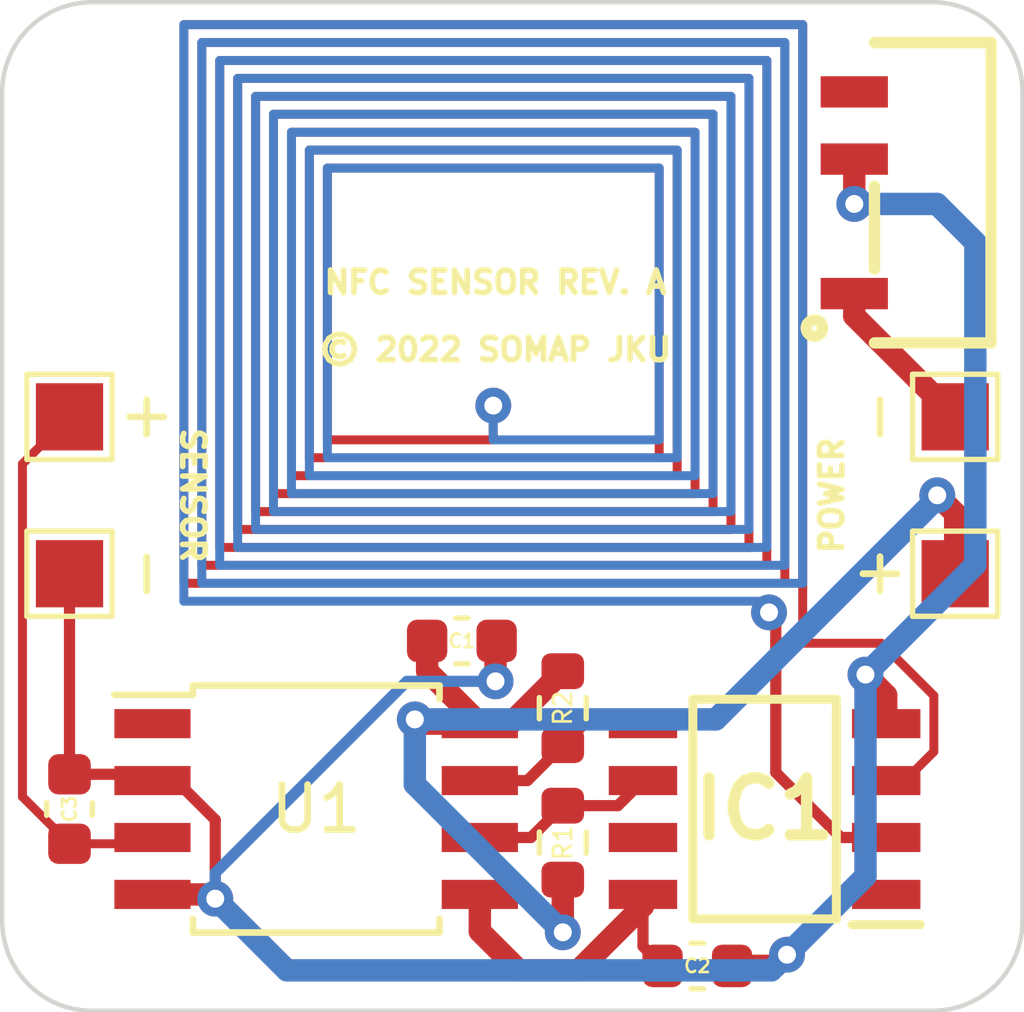
<source format=kicad_pcb>
(kicad_pcb (version 20240108) (generator "pcbnew") (generator_version "8.0")
  (layers (0 "F.Cu" signal) (31 "B.Cu" signal) (34 "B.Paste" user) (35 "F.Paste" user) (36 "B.SilkS" user "B.Silkscreen") (37 "F.SilkS" user "F.Silkscreen") (38 "B.Mask" user) (39 "F.Mask" user) (44 "Edge.Cuts" user))
  (net 0 "")
  (net 1 "+BATT")
  (net 2 "GND")
  (net 3 "PB1")
  (net 5 "SCL")
  (net 6 "SDA")
  (net 7 "Net-(AE1-Pad2)")
  (net 8 "Net-(AE1-Pad1)")
  (net 11 "ADC+")
  (footprint "Capacitor_SMD:C_0603_1608Metric" (layer "F.Cu") (at 129 86)
    (property "Reference" "C2" (hide yes))
    (property "Value" "100n" (hide yes))
    (fp_line (start -0.14058 -0.51) (end 0.14058 -0.51) (stroke (width 0.12)) (layer "F.SilkS"))
    (fp_line (start -0.14058 0.51) (end 0.14058 0.51) (stroke (width 0.12)) (layer "F.SilkS"))
    (fp_text user "${REFERENCE}" (at 0 0 0) (layer "F.SilkS") (effects (font (size 0.3 0.3) (thickness 0.06))))
    (pad "1" smd roundrect (at -0.775 0) (size 0.9 0.95) (layers "F.Cu" "F.Paste" "F.Mask") (net 3 "PB1"))
    (pad "2" smd roundrect (at 0.775 0) (size 0.9 0.95) (layers "F.Cu" "F.Paste" "F.Mask") (net 2 "GND"))
  )
  (footprint "Capacitor_SMD:C_0603_1608Metric" (layer "F.Cu") (at 115 82.5 90)
    (property "Reference" "C3" (hide yes))
    (property "Value" "47n" (hide yes))
    (fp_line (start -0.14058 -0.51) (end 0.14058 -0.51) (stroke (width 0.12)) (layer "F.SilkS"))
    (fp_line (start -0.14058 0.51) (end 0.14058 0.51) (stroke (width 0.12)) (layer "F.SilkS"))
    (fp_text user "${REFERENCE}" (at 0 0 90) (layer "F.SilkS") (effects (font (size 0.3 0.3) (thickness 0.06))))
    (pad "1" smd roundrect (at -0.775 0 90) (size 0.9 0.95) (layers "F.Cu" "F.Paste" "F.Mask") (net 11 "ADC+"))
    (pad "2" smd roundrect (at 0.775 0 90) (size 0.9 0.95) (layers "F.Cu" "F.Paste" "F.Mask") (net 2 "GND"))
  )
  (footprint "Capacitor_SMD:C_0603_1608Metric" (layer "F.Cu") (at 123.75 78.75)
    (property "Reference" "C1" (hide yes))
    (property "Value" "10u" (hide yes))
    (fp_line (start -0.14058 -0.51) (end 0.14058 -0.51) (stroke (width 0.12)) (layer "F.SilkS"))
    (fp_line (start -0.14058 0.51) (end 0.14058 0.51) (stroke (width 0.12)) (layer "F.SilkS"))
    (fp_text user "${REFERENCE}" (at 0 0 0) (layer "F.SilkS") (effects (font (size 0.3 0.3) (thickness 0.06))))
    (pad "1" smd roundrect (at -0.775 0) (size 0.9 0.95) (layers "F.Cu" "F.Paste" "F.Mask") (net 1 "+BATT"))
    (pad "2" smd roundrect (at 0.775 0) (size 0.9 0.95) (layers "F.Cu" "F.Paste" "F.Mask") (net 2 "GND"))
  )
  (footprint "Package_SO:SOIC-8W_5.3x5.3mm_P1.27mm" (layer "F.Cu") (at 120.5 82.5)
    (property "Reference" "U1" (at 0 0 0) (layer "F.SilkS"))
    (property "Value" "ATtiny85V-10SU" (hide yes))
    (fp_line (start -2.75 -2.755) (end -2.75 -2.55) (stroke (width 0.15)) (layer "F.SilkS"))
    (fp_line (start -2.75 -2.755) (end 2.75 -2.755) (stroke (width 0.15)) (layer "F.SilkS"))
    (fp_line (start -2.75 -2.55) (end -4.5 -2.55) (stroke (width 0.15)) (layer "F.SilkS"))
    (fp_line (start -2.75 2.755) (end -2.75 2.455) (stroke (width 0.15)) (layer "F.SilkS"))
    (fp_line (start -2.75 2.755) (end 2.75 2.755) (stroke (width 0.15)) (layer "F.SilkS"))
    (fp_line (start 2.75 -2.755) (end 2.75 -2.455) (stroke (width 0.15)) (layer "F.SilkS"))
    (fp_line (start 2.75 2.755) (end 2.75 2.455) (stroke (width 0.15)) (layer "F.SilkS"))
    (pad "1" smd rect (at -3.65 -1.905) (size 1.7 0.65) (layers "F.Cu" "F.Paste" "F.Mask"))
    (pad "2" smd rect (at -3.65 -0.635) (size 1.7 0.65) (layers "F.Cu" "F.Paste" "F.Mask") (net 2 "GND"))
    (pad "3" smd rect (at -3.65 0.635) (size 1.7 0.65) (layers "F.Cu" "F.Paste" "F.Mask") (net 11 "ADC+"))
    (pad "4" smd rect (at -3.65 1.905) (size 1.7 0.65) (layers "F.Cu" "F.Paste" "F.Mask") (net 2 "GND"))
    (pad "5" smd rect (at 3.65 1.905) (size 1.7 0.65) (layers "F.Cu" "F.Paste" "F.Mask") (net 3 "PB1"))
    (pad "6" smd rect (at 3.65 0.635) (size 1.7 0.65) (layers "F.Cu" "F.Paste" "F.Mask") (net 5 "SCL"))
    (pad "7" smd rect (at 3.65 -0.635) (size 1.7 0.65) (layers "F.Cu" "F.Paste" "F.Mask") (net 6 "SDA"))
    (pad "8" smd rect (at 3.65 -1.905) (size 1.7 0.65) (layers "F.Cu" "F.Paste" "F.Mask") (net 1 "+BATT"))
  )
  (footprint "TestPoint:TestPoint_Pad_1.5x1.5mm" (layer "F.Cu") (at 134.75 77.25 90)
    (property "Reference" "+" (at 0 -1.75 90) (layer "F.SilkS"))
    (property "Value" "TestPoint_Pad_1.5x1.5mm" (hide yes))
    (fp_line (start 0.95 -0.95) (end 0.95 0.95) (stroke (width 0.12)) (layer "F.SilkS"))
    (fp_line (start -0.95 -0.95) (end 0.95 -0.95) (stroke (width 0.12)) (layer "F.SilkS"))
    (fp_line (start 0.95 0.95) (end -0.95 0.95) (stroke (width 0.12)) (layer "F.SilkS"))
    (fp_line (start -0.95 0.95) (end -0.95 -0.95) (stroke (width 0.12)) (layer "F.SilkS"))
    (pad "1" smd rect (at 0 0 90) (size 1.5 1.5) (layers "F.Cu" "F.Mask") (net 1 "+BATT"))
  )
  (footprint "NetTie:NetTie-2_SMD_Pad0.5mm" (layer "F.Cu") (at 130.75 79.25 90)
    (property "Reference" "REF**" (hide yes))
    (property "Value" "NetTie-2_SMD_Pad0.5mm" (hide yes))
    (fp_poly (pts (xy 0 -0.125) (xy 0.5 -0.125) (xy 0.5 0.125) (xy 0 0.125)) (fill solid) (layer "F.Cu"))
    (pad "1" smd circle (at 0 0 90) (size 0.25 0.25) (layers "F.Cu") (net 8 "Net-(AE1-Pad1)"))
    (pad "2" smd circle (at 0.5 0 90) (size 0.25 0.25) (layers "F.Cu") (net 7 "Net-(AE1-Pad2)"))
  )
  (footprint "Resistor_SMD:R_0603_1608Metric" (layer "F.Cu") (at 126 83.25 90)
    (property "Reference" "R1" (hide yes))
    (property "Value" "4.7k" (hide yes))
    (fp_line (start -0.237258 -0.5225) (end 0.237258 -0.5225) (stroke (width 0.12)) (layer "F.SilkS"))
    (fp_line (start -0.237258 0.5225) (end 0.237258 0.5225) (stroke (width 0.12)) (layer "F.SilkS"))
    (fp_text user "${REFERENCE}" (at 0 0 90) (layer "F.SilkS") (effects (font (size 0.4 0.4) (thickness 0.06))))
    (pad "1" smd roundrect (at -0.825 0 90) (size 0.8 0.95) (layers "F.Cu" "F.Paste" "F.Mask") (net 1 "+BATT"))
    (pad "2" smd roundrect (at 0.825 0 90) (size 0.8 0.95) (layers "F.Cu" "F.Paste" "F.Mask") (net 5 "SCL"))
  )
  (footprint "_st:SOIC127P600X175-8N" (layer "F.Cu") (at 130.5 82.5 180)
    (property "Reference" "IC1" (at 0 0 0) (layer "F.SilkS") (effects (font (size 1.27 1.27) (thickness 0.254))))
    (property "Value" "ST25DV64K-IER6S3" (hide yes))
    (fp_line (start 1.6 2.45) (end -1.6 2.45) (stroke (width 0.2)) (layer "F.SilkS"))
    (fp_line (start 1.6 -2.45) (end 1.6 2.45) (stroke (width 0.2)) (layer "F.SilkS"))
    (fp_line (start -1.6 2.45) (end -1.6 -2.45) (stroke (width 0.2)) (layer "F.SilkS"))
    (fp_line (start -1.6 -2.45) (end 1.6 -2.45) (stroke (width 0.2)) (layer "F.SilkS"))
    (fp_line (start -3.475 -2.58) (end -1.95 -2.58) (stroke (width 0.2)) (layer "F.SilkS"))
    (pad "1" smd rect (at -2.712 -1.905 270) (size 0.65 1.525) (layers "F.Cu" "F.Paste" "F.Mask"))
    (pad "2" smd rect (at -2.712 -0.635 270) (size 0.65 1.525) (layers "F.Cu" "F.Paste" "F.Mask") (net 8 "Net-(AE1-Pad1)"))
    (pad "3" smd rect (at -2.712 0.635 270) (size 0.65 1.525) (layers "F.Cu" "F.Paste" "F.Mask") (net 7 "Net-(AE1-Pad2)"))
    (pad "4" smd rect (at -2.712 1.905 270) (size 0.65 1.525) (layers "F.Cu" "F.Paste" "F.Mask") (net 2 "GND"))
    (pad "5" smd rect (at 2.712 1.905 270) (size 0.65 1.525) (layers "F.Cu" "F.Paste" "F.Mask") (net 6 "SDA"))
    (pad "6" smd rect (at 2.712 0.635 270) (size 0.65 1.525) (layers "F.Cu" "F.Paste" "F.Mask") (net 5 "SCL"))
    (pad "7" smd rect (at 2.712 -0.635 270) (size 0.65 1.525) (layers "F.Cu" "F.Paste" "F.Mask"))
    (pad "8" smd rect (at 2.712 -1.905 270) (size 0.65 1.525) (layers "F.Cu" "F.Paste" "F.Mask") (net 3 "PB1"))
  )
  (footprint "TestPoint:TestPoint_Pad_1.5x1.5mm" (layer "F.Cu") (at 115 73.75 -90)
    (property "Reference" "+" (at 0 -1.648 90) (layer "F.SilkS"))
    (property "Value" "TestPoint_Pad_1.5x1.5mm" (hide yes))
    (fp_line (start -0.95 0.95) (end -0.95 -0.95) (stroke (width 0.12)) (layer "F.SilkS"))
    (fp_line (start 0.95 0.95) (end -0.95 0.95) (stroke (width 0.12)) (layer "F.SilkS"))
    (fp_line (start -0.95 -0.95) (end 0.95 -0.95) (stroke (width 0.12)) (layer "F.SilkS"))
    (fp_line (start 0.95 -0.95) (end 0.95 0.95) (stroke (width 0.12)) (layer "F.SilkS"))
    (pad "1" smd rect (at 0 0 270) (size 1.5 1.5) (layers "F.Cu" "F.Mask") (net 11 "ADC+"))
  )
  (footprint "TestPoint:TestPoint_Pad_1.5x1.5mm" (layer "F.Cu") (at 134.75 73.75 90)
    (property "Reference" "-" (at 0 -1.75 90) (layer "F.SilkS"))
    (property "Value" "TestPoint_Pad_1.5x1.5mm" (hide yes))
    (fp_line (start 0.95 -0.95) (end 0.95 0.95) (stroke (width 0.12)) (layer "F.SilkS"))
    (fp_line (start -0.95 -0.95) (end 0.95 -0.95) (stroke (width 0.12)) (layer "F.SilkS"))
    (fp_line (start 0.95 0.95) (end -0.95 0.95) (stroke (width 0.12)) (layer "F.SilkS"))
    (fp_line (start -0.95 0.95) (end -0.95 -0.95) (stroke (width 0.12)) (layer "F.SilkS"))
    (pad "1" smd rect (at 0 0 90) (size 1.5 1.5) (layers "F.Cu" "F.Mask") (net 2 "GND"))
  )
  (footprint "TestPoint:TestPoint_Pad_1.5x1.5mm" (layer "F.Cu") (at 115 77.25 -90)
    (property "Reference" "-" (at 0 -1.648 90) (layer "F.SilkS"))
    (property "Value" "TestPoint_Pad_1.5x1.5mm" (hide yes))
    (fp_line (start -0.95 0.95) (end -0.95 -0.95) (stroke (width 0.12)) (layer "F.SilkS"))
    (fp_line (start 0.95 0.95) (end -0.95 0.95) (stroke (width 0.12)) (layer "F.SilkS"))
    (fp_line (start -0.95 -0.95) (end 0.95 -0.95) (stroke (width 0.12)) (layer "F.SilkS"))
    (fp_line (start 0.95 -0.95) (end 0.95 0.95) (stroke (width 0.12)) (layer "F.SilkS"))
    (pad "1" smd rect (at 0 0 270) (size 1.5 1.5) (layers "F.Cu" "F.Mask") (net 2 "GND"))
  )
  (footprint "_alps:SSSS810701" (layer "F.Cu") (at 132.5 68 90)
    (property "Reference" "SW1" (hide yes))
    (property "Value" "SSSS810701" (hide yes))
    (fp_line (start 2.6 0.45) (end 2.6 3.05) (stroke (width 0.254)) (layer "F.SilkS"))
    (fp_line (start -2.45367 0.45) (end -0.60467 0.45) (stroke (width 0.254)) (layer "F.SilkS"))
    (fp_line (start 2.6 3.05) (end -4.1 3.05) (stroke (width 0.254)) (layer "F.SilkS"))
    (fp_line (start -4.1 3.05) (end -4.1 0.45) (stroke (width 0.254)) (layer "F.SilkS"))
    (fp_circle (center -3.77033 -0.88867) (end -3.77033 -0.83467) (stroke (width 0.254)) (fill none) (layer "F.SilkS"))
    (pad "" np_thru_hole circle (at -2.25 1.75 90) (size 0.9 0.9) (drill 0.9) (layers "*.Cu" "*.Mask"))
    (pad "" np_thru_hole circle (at 0.75 1.75 90) (size 0.9 0.9) (drill 0.9) (layers "*.Cu" "*.Mask"))
    (pad "1" smd rect (at -3 0 90) (size 0.7 1.5) (layers "F.Cu" "F.Paste" "F.Mask") (net 2 "GND"))
    (pad "2" smd rect (at 0 0 90) (size 0.7 1.5) (layers "F.Cu" "F.Paste" "F.Mask") (net 2 "GND"))
    (pad "3" smd rect (at 1.5 0 90) (size 0.7 1.5) (layers "F.Cu" "F.Paste" "F.Mask"))
  )
  (footprint "Resistor_SMD:R_0603_1608Metric" (layer "F.Cu") (at 126 80.25 -90)
    (property "Reference" "R2" (hide yes))
    (property "Value" "4.7k" (hide yes))
    (fp_line (start -0.237258 0.5225) (end 0.237258 0.5225) (stroke (width 0.12)) (layer "F.SilkS"))
    (fp_line (start -0.237258 -0.5225) (end 0.237258 -0.5225) (stroke (width 0.12)) (layer "F.SilkS"))
    (fp_text user "${REFERENCE}" (at 0 0 90) (layer "F.SilkS") (effects (font (size 0.4 0.4) (thickness 0.06))))
    (pad "1" smd roundrect (at -0.825 0 270) (size 0.8 0.95) (layers "F.Cu" "F.Paste" "F.Mask") (net 1 "+BATT"))
    (pad "2" smd roundrect (at 0.825 0 270) (size 0.8 0.95) (layers "F.Cu" "F.Paste" "F.Mask") (net 6 "SDA"))
  )
  (gr_arc (start 113.5 66.5) (mid 114.085786 65.085786) (end 115.5 64.5) (stroke (width 0.1)) (layer "Edge.Cuts"))
  (gr_line (start 113.5 66.5) (end 113.5 85) (stroke (width 0.1)) (layer "Edge.Cuts"))
  (gr_arc (start 136.25 85) (mid 135.664214 86.414214) (end 134.25 87) (stroke (width 0.1)) (layer "Edge.Cuts"))
  (gr_arc (start 115.5 87) (mid 114.085786 86.414214) (end 113.5 85) (stroke (width 0.1)) (layer "Edge.Cuts"))
  (gr_line (start 136.25 85) (end 136.25 66.5) (stroke (width 0.1)) (layer "Edge.Cuts"))
  (gr_line (start 115.5 87) (end 134.25 87) (stroke (width 0.1)) (layer "Edge.Cuts"))
  (gr_arc (start 134.25 64.5) (mid 135.664214 65.085786) (end 136.25 66.5) (stroke (width 0.1)) (layer "Edge.Cuts"))
  (gr_line (start 134.25 64.5) (end 115.5 64.5) (stroke (width 0.1)) (layer "Edge.Cuts"))
  (gr_text "SENSOR\n" (at 117.75 75.5 270) (layer "F.SilkS") (effects (font (size 0.5 0.5) (thickness 0.125))))
  (gr_text "POWER\n" (at 132 75.5 90) (layer "F.SilkS") (effects (font (size 0.5 0.5) (thickness 0.125))))
  (gr_text "NFC SENSOR REV. A\n" (at 124.5 70.75 0) (layer "F.SilkS") (effects (font (size 0.5 0.5) (thickness 0.125))))
  (gr_text "© 2022 SOMAP JKU\n" (at 124.5 72.25 0) (layer "F.SilkS") (effects (font (size 0.5 0.5) (thickness 0.125))))
  (segment (start 134.75 77.25) (end 134.75 75.899979) (width 0.5) (layer "F.Cu") (net 1))
  (segment (start 124.83 80.595) (end 126 79.425) (width 0.5) (layer "F.Cu") (net 1))
  (segment (start 122.795498 80.595) (end 122.700498 80.5) (width 0.5) (layer "F.Cu") (net 1))
  (segment (start 122.975 78.75) (end 122.975 79.42) (width 0.5) (layer "F.Cu") (net 1))
  (segment (start 134.75 75.899979) (end 134.350021 75.5) (width 0.5) (layer "F.Cu") (net 1))
  (segment (start 126 84.075) (end 126 85.25) (width 0.5) (layer "F.Cu") (net 1))
  (segment (start 124.15 80.595) (end 122.795498 80.595) (width 0.5) (layer "F.Cu") (net 1))
  (segment (start 122.975 79.42) (end 124.15 80.595) (width 0.5) (layer "F.Cu") (net 1))
  (via (at 122.700498 80.5) (size 0.8) (drill 0.4) (layers "F.Cu" "B.Cu") (net 1))
  (via (at 126 85.25) (size 0.8) (drill 0.4) (layers "F.Cu" "B.Cu") (net 1))
  (via (at 134.350021 75.5) (size 0.8) (drill 0.4) (layers "F.Cu" "B.Cu") (net 1))
  (segment (start 122.700498 80.5) (end 122.700498 81.950498) (width 0.5) (layer "B.Cu") (net 1))
  (segment (start 122.700498 81.950498) (end 126 85.25) (width 0.5) (layer "B.Cu") (net 1))
  (segment (start 134.412891 75.5) (end 134.350021 75.5) (width 0.5) (layer "B.Cu") (net 1))
  (segment (start 122.700498 80.5) (end 129.412891 80.5) (width 0.5) (layer "B.Cu") (net 1))
  (segment (start 129.412891 80.5) (end 134.412891 75.5) (width 0.5) (layer "B.Cu") (net 1))
  (segment (start 133.212 79.962) (end 132.75 79.5) (width 0.5) (layer "F.Cu") (net 2))
  (segment (start 132.5 71) (end 132.5 71.5) (width 0.5) (layer "F.Cu") (net 2))
  (segment (start 118.25 84.5) (end 118.25 82.74) (width 0.25) (layer "F.Cu") (net 2))
  (segment (start 132.5 71.5) (end 134.75 73.75) (width 0.5) (layer "F.Cu") (net 2))
  (segment (start 129.775 86) (end 130.75 86) (width 0.5) (layer "F.Cu") (net 2))
  (segment (start 118.155 84.405) (end 118.25 84.5) (width 0.5) (layer "F.Cu") (net 2))
  (segment (start 133.212 80.595) (end 133.212 79.962) (width 0.5) (layer "F.Cu") (net 2))
  (segment (start 124.5 79.6505) (end 124.5 78.775) (width 0.5) (layer "F.Cu") (net 2))
  (segment (start 116.85 84.405) (end 118.155 84.405) (width 0.5) (layer "F.Cu") (net 2))
  (segment (start 132.5 69) (end 132.5 68.196335) (width 0.5) (layer "F.Cu") (net 2))
  (segment (start 115 81.725) (end 115 77.25) (width 0.25) (layer "F.Cu") (net 2))
  (segment (start 130.75 86) (end 131 85.75) (width 0.5) (layer "F.Cu") (net 2))
  (segment (start 115 81.725) (end 116.71 81.725) (width 0.25) (layer "F.Cu") (net 2))
  (segment (start 118.25 82.74) (end 117.375 81.865) (width 0.25) (layer "F.Cu") (net 2))
  (via (at 132.5 69) (size 0.8) (drill 0.4) (layers "F.Cu" "B.Cu") (net 2))
  (via (at 124.5 79.6505) (size 0.8) (drill 0.4) (layers "F.Cu" "B.Cu") (net 2))
  (via (at 132.75 79.5) (size 0.8) (drill 0.4) (layers "F.Cu" "B.Cu") (net 2))
  (via (at 131 85.75) (size 0.8) (drill 0.4) (layers "F.Cu" "B.Cu") (net 2))
  (via (at 118.25 84.5) (size 0.8) (drill 0.4) (layers "F.Cu" "B.Cu") (net 2))
  (segment (start 135.199532 69.856705) (end 134.342827 69) (width 0.5) (layer "B.Cu") (net 2))
  (segment (start 132.75 79.5) (end 135.199532 77.050468) (width 0.5) (layer "B.Cu") (net 2))
  (segment (start 124.5 79.6505) (end 122.525384 79.6505) (width 0.25) (layer "B.Cu") (net 2))
  (segment (start 134.342827 69) (end 132.5 69) (width 0.5) (layer "B.Cu") (net 2))
  (segment (start 135.199532 77.050468) (end 135.199532 69.856705) (width 0.5) (layer "B.Cu") (net 2))
  (segment (start 131 85.75) (end 132.75 84) (width 0.5) (layer "B.Cu") (net 2))
  (segment (start 132.75 84) (end 132.75 79.5) (width 0.5) (layer "B.Cu") (net 2))
  (segment (start 131 85.75) (end 130.650489 86.099511) (width 0.5) (layer "B.Cu") (net 2))
  (segment (start 130.650489 86.099511) (end 119.849511 86.099511) (width 0.5) (layer "B.Cu") (net 2))
  (segment (start 122.525384 79.6505) (end 118.25 83.925884) (width 0.25) (layer "B.Cu") (net 2))
  (segment (start 118.25 83.925884) (end 118.25 84.5) (width 0.25) (layer "B.Cu") (net 2))
  (segment (start 119.849511 86.099511) (end 118.25 84.5) (width 0.5) (layer "B.Cu") (net 2))
  (segment (start 127.788 84.405) (end 127.788 85.563) (width 0.25) (layer "F.Cu") (net 3))
  (segment (start 124.15 84.405) (end 124.15 85.23) (width 0.5) (layer "F.Cu") (net 3))
  (segment (start 127.788 85.563) (end 128.225 86) (width 0.25) (layer "F.Cu") (net 3))
  (segment (start 127.788 84.712) (end 127.788 84.405) (width 0.25) (layer "F.Cu") (net 3))
  (segment (start 126.35188 86.099511) (end 127.788 84.663391) (width 0.5) (layer "F.Cu") (net 3))
  (segment (start 127.788 84.663391) (end 127.788 84.405) (width 0.5) (layer "F.Cu") (net 3))
  (segment (start 124.15 85.23) (end 125.019511 86.099511) (width 0.5) (layer "F.Cu") (net 3))
  (segment (start 125.019511 86.099511) (end 126.35188 86.099511) (width 0.5) (layer "F.Cu") (net 3))
  (segment (start 124.15 83.135) (end 125.29 83.135) (width 0.25) (layer "F.Cu") (net 5))
  (segment (start 125.29 83.135) (end 126 82.425) (width 0.25) (layer "F.Cu") (net 5))
  (segment (start 126 82.425) (end 127.228 82.425) (width 0.25) (layer "F.Cu") (net 5))
  (segment (start 127.228 82.425) (end 127.788 81.865) (width 0.25) (layer "F.Cu") (net 5))
  (segment (start 126.48 80.595) (end 126 81.075) (width 0.25) (layer "F.Cu") (net 6))
  (segment (start 125.21 81.865) (end 126 81.075) (width 0.25) (layer "F.Cu") (net 6))
  (segment (start 124.15 81.865) (end 125.21 81.865) (width 0.25) (layer "F.Cu") (net 6))
  (segment (start 127.788 80.595) (end 126.48 80.595) (width 0.25) (layer "F.Cu") (net 6))
  (segment (start 118.3499 76.6637) (end 130.1508 76.6637) (width 0.2) (layer "F.Cu") (net 7))
  (segment (start 117.9499 77.0625) (end 130.5496 77.0625) (width 0.2) (layer "F.Cu") (net 7))
  (segment (start 130.1508 66.1989) (end 118.75 66.1989) (width 0.2) (layer "F.Cu") (net 7))
  (segment (start 118.75 76.2624) (end 129.7495 76.2624) (width 0.2) (layer "F.Cu") (net 7))
  (segment (start 131.400189 78.800489) (end 131.3497 78.75) (width 0.2) (layer "F.Cu") (net 7))
  (segment (start 134.274011 79.970489) (end 133.104011 78.800489) (width 0.2) (layer "F.Cu") (net 7))
  (segment (start 117.9499 65.3988) (end 117.9499 77.0625) (width 0.2) (layer "F.Cu") (net 7))
  (segment (start 130.9509 77.4638) (end 130.9509 65.3988) (width 0.2) (layer "F.Cu") (net 7))
  (segment (start 119.5488 75.4623) (end 128.9494 75.4623) (width 0.2) (layer "F.Cu") (net 7))
  (segment (start 128.5506 67.7991) (end 120.3489 67.7991) (width 0.2) (layer "F.Cu") (net 7))
  (segment (start 119.9501 67.4003) (end 119.9501 75.0635) (width 0.2) (layer "F.Cu") (net 7))
  (segment (start 130.75 78.2637) (end 130.5989 78.1126) (width 0.25) (layer "F.Cu") (net 7))
  (segment (start 118.75 66.1989) (end 118.75 76.2624) (width 0.2) (layer "F.Cu") (net 7))
  (segment (start 130.9509 65.3988) (end 117.9499 65.3988) (width 0.2) (layer "F.Cu") (net 7))
  (segment (start 129.7495 66.6002) (end 119.15 66.6002) (width 0.2) (layer "F.Cu") (net 7))
  (segment (start 120.3489 74.6622) (end 128.1493 74.6622) (width 0.2) (layer "F.Cu") (net 7))
  (segment (start 130.1508 76.6637) (end 130.1508 66.1989) (width 0.2) (layer "F.Cu") (net 7))
  (segment (start 129.3507 75.8636) (end 129.3507 66.999) (width 0.2) (layer "F.Cu") (net 7))
  (segment (start 131.3497 78.75) (end 131.3497 65) (width 0.2) (layer "F.Cu") (net 7))
  (segment (start 119.9501 75.0635) (end 128.5506 75.0635) (width 0.2) (layer "F.Cu") (net 7))
  (segment (start 119.15 75.8636) (end 129.3507 75.8636) (width 0.2) (layer "F.Cu") (net 7))
  (segment (start 128.1493 68.2004) (end 120.7502 68.2004) (width 0.2) (layer "F.Cu") (net 7))
  (segment (start 133.104011 78.800489) (end 131.400189 78.800489) (width 0.2) (layer "F.Cu") (net 7))
  (segment (start 131.3497 65) (end 117.5498 65) (width 0.2) (layer "F.Cu") (net 7))
  (segment (start 117.5498 65) (end 117.5498 77.4638) (width 0.2) (layer "F.Cu") (net 7))
  (segment (start 128.5506 75.0635) (end 128.5506 67.7991) (width 0.2) (layer "F.Cu") (net 7))
  (segment (start 119.5488 66.999) (end 119.5488 75.4623) (width 0.2) (layer "F.Cu") (net 7))
  (segment (start 129.3507 66.999) (end 119.5488 66.999) (width 0.2) (layer "F.Cu") (net 7))
  (segment (start 119.15 66.6002) (end 119.15 75.8636) (width 0.2) (layer "F.Cu") (net 7))
  (segment (start 129.7495 76.2624) (end 129.7495 66.6002) (width 0.2) (layer "F.Cu") (net 7))
  (segment (start 128.1493 74.6622) (end 128.1493 68.2004) (width 0.2) (layer "F.Cu") (net 7))
  (segment (start 118.3499 65.8001) (end 118.3499 76.6637) (width 0.2) (layer "F.Cu") (net 7))
  (segment (start 128.9494 75.4623) (end 128.9494 67.4003) (width 0.2) (layer "F.Cu") (net 7))
  (segment (start 134.274011 81.219511) (end 134.274011 79.970489) (width 0.2) (layer "F.Cu") (net 7))
  (segment (start 120.7502 68.2004) (end 120.7502 74.2634) (width 0.2) (layer "F.Cu") (net 7))
  (segment (start 124.4485 74.2634) (end 124.4485 73.5031) (width 0.2) (layer "F.Cu") (net 7))
  (segment (start 130.75 78.75) (end 130.75 78.2637) (width 0.25) (layer "F.Cu") (net 7))
  (segment (start 117.5498 77.4638) (end 130.9509 77.4638) (width 0.2) (layer "F.Cu") (net 7))
  (segment (start 120.3489 67.7991) (end 120.3489 74.6622) (width 0.2) (layer "F.Cu") (net 7))
  (segment (start 133.628522 81.865) (end 134.274011 81.219511) (width 0.2) (layer "F.Cu") (net 7))
  (segment (start 128.9494 67.4003) (end 119.9501 67.4003) (width 0.2) (layer "F.Cu") (net 7))
  (segment (start 130.5496 77.0625) (end 130.5496 65.8001) (width 0.2) (layer "F.Cu") (net 7))
  (segment (start 130.5496 65.8001) (end 118.3499 65.8001) (width 0.2) (layer "F.Cu") (net 7))
  (segment (start 120.7502 74.2634) (end 124.4485 74.2634) (width 0.2) (layer "F.Cu") (net 7))
  (via (at 124.44975 73.499) (size 0.8) (drill 0.4) (layers "F.Cu" "B.Cu") (net 7))
  (via (at 130.5989 78.1126) (size 0.8) (drill 0.4) (layers "F.Cu" "B.Cu") (net 7))
  (segment (start 120.7502 68.2004) (end 128.1493 68.2004) (width 0.2) (layer "B.Cu") (net 7))
  (segment (start 118.75 76.6637) (end 118.75 66.1989) (width 0.2) (layer "B.Cu") (net 7))
  (segment (start 119.15 66.6002) (end 129.7495 66.6002) (width 0.2) (layer "B.Cu") (net 7))
  (segment (start 130.9509 65.3988) (end 130.9509 77.0625) (width 0.2) (layer "B.Cu") (net 7))
  (segment (start 118.3499 77.0625) (end 118.3499 65.8001) (width 0.2) (layer "B.Cu") (net 7))
  (segment (start 120.3489 67.7991) (end 128.5506 67.7991) (width 0.2) (layer "B.Cu") (net 7))
  (segment (start 119.5488 66.999) (end 129.3507 66.999) (width 0.2) (layer "B.Cu") (net 7))
  (segment (start 130.5496 65.8001) (end 130.5496 76.6637) (width 0.2) (layer "B.Cu") (net 7))
  (segment (start 130.5989 78.1126) (end 130.3489 77.8626) (width 0.2) (layer "B.Cu") (net 7))
  (segment (start 130.3489 77.8626) (end 117.5498 77.8626) (width 0.2) (layer "B.Cu") (net 7))
  (segment (start 129.3507 75.4623) (end 119.9501 75.4623) (width 0.2) (layer "B.Cu") (net 7))
  (segment (start 118.75 66.1989) (end 130.1508 66.1989) (width 0.2) (layer "B.Cu") (net 7))
  (segment (start 130.5496 76.6637) (end 118.75 76.6637) (width 0.2) (layer "B.Cu") (net 7))
  (segment (start 128.1493 68.2004) (end 128.1493 74.2634) (width 0.2) (layer "B.Cu") (net 7))
  (segment (start 117.5498 77.8626) (end 117.5498 65) (width 0.2) (layer "B.Cu") (net 7))
  (segment (start 129.7495 75.8636) (end 119.5488 75.8636) (width 0.2) (layer "B.Cu") (net 7))
  (segment (start 131.3497 65) (end 131.3497 77.4638) (width 0.2) (layer "B.Cu") (net 7))
  (segment (start 128.5506 67.7991) (end 128.5506 74.6622) (width 0.2) (layer "B.Cu") (net 7))
  (segment (start 119.15 76.2624) (end 119.15 66.6002) (width 0.2) (layer "B.Cu") (net 7))
  (segment (start 120.7502 74.6622) (end 120.7502 68.2004) (width 0.2) (layer "B.Cu") (net 7))
  (segment (start 120.3489 75.0635) (end 120.3489 67.7991) (width 0.2) (layer "B.Cu") (net 7))
  (segment (start 128.5506 74.6622) (end 120.7502 74.6622) (width 0.2) (layer "B.Cu") (net 7))
  (segment (start 128.9494 67.4003) (end 128.9494 75.0635) (width 0.2) (layer "B.Cu") (net 7))
  (segment (start 131.3497 77.4638) (end 117.9499 77.4638) (width 0.2) (layer "B.Cu") (net 7))
  (segment (start 129.7495 66.6002) (end 129.7495 75.8636) (width 0.2) (layer "B.Cu") (net 7))
  (segment (start 128.9494 75.0635) (end 120.3489 75.0635) (width 0.2) (layer "B.Cu") (net 7))
  (segment (start 130.1508 66.1989) (end 130.1508 76.2624) (width 0.2) (layer "B.Cu") (net 7))
  (segment (start 117.9499 77.4638) (end 117.9499 65.3988) (width 0.2) (layer "B.Cu") (net 7))
  (segment (start 128.1493 74.2634) (end 124.4485 74.2634) (width 0.2) (layer "B.Cu") (net 7))
  (segment (start 124.4485 74.2634) (end 124.4485 73.5031) (width 0.2) (layer "B.Cu") (net 7))
  (segment (start 119.9501 67.4003) (end 128.9494 67.4003) (width 0.2) (layer "B.Cu") (net 7))
  (segment (start 119.5488 75.8636) (end 119.5488 66.999) (width 0.2) (layer "B.Cu") (net 7))
  (segment (start 117.5498 65) (end 131.3497 65) (width 0.2) (layer "B.Cu") (net 7))
  (segment (start 130.9509 77.0625) (end 118.3499 77.0625) (width 0.2) (layer "B.Cu") (net 7))
  (segment (start 130.1508 76.2624) (end 119.15 76.2624) (width 0.2) (layer "B.Cu") (net 7))
  (segment (start 117.9499 65.3988) (end 130.9509 65.3988) (width 0.2) (layer "B.Cu") (net 7))
  (segment (start 118.3499 65.8001) (end 130.5496 65.8001) (width 0.2) (layer "B.Cu") (net 7))
  (segment (start 119.9501 75.4623) (end 119.9501 67.4003) (width 0.2) (layer "B.Cu") (net 7))
  (segment (start 129.3507 66.999) (end 129.3507 75.4623) (width 0.2) (layer "B.Cu") (net 7))
  (segment (start 130.75 81.6855) (end 132.1995 83.135) (width 0.25) (layer "F.Cu") (net 8))
  (segment (start 132.1995 83.135) (end 133.212 83.135) (width 0.25) (layer "F.Cu") (net 8))
  (segment (start 130.75 79.25) (end 130.75 81.6855) (width 0.25) (layer "F.Cu") (net 8))
  (segment (start 113.950489 82.225489) (end 113.950489 74.799511) (width 0.2) (layer "F.Cu") (net 11))
  (segment (start 115 83.275) (end 116.71 83.275) (width 0.2) (layer "F.Cu") (net 11))
  (segment (start 113.950489 74.799511) (end 115 73.75) (width 0.2) (layer "F.Cu") (net 11))
  (segment (start 115 83.275) (end 113.950489 82.225489) (width 0.2) (layer "F.Cu") (net 11))
)
</source>
